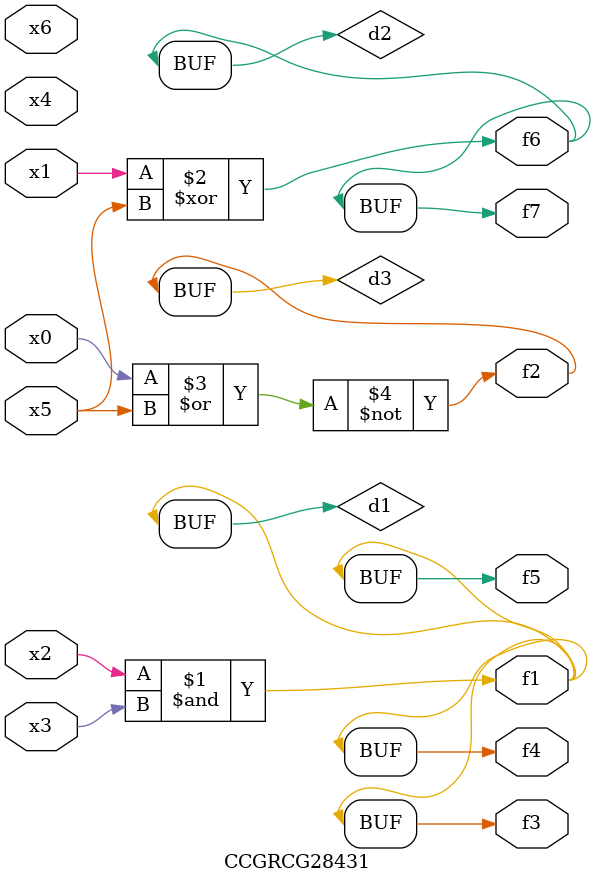
<source format=v>
module CCGRCG28431(
	input x0, x1, x2, x3, x4, x5, x6,
	output f1, f2, f3, f4, f5, f6, f7
);

	wire d1, d2, d3;

	and (d1, x2, x3);
	xor (d2, x1, x5);
	nor (d3, x0, x5);
	assign f1 = d1;
	assign f2 = d3;
	assign f3 = d1;
	assign f4 = d1;
	assign f5 = d1;
	assign f6 = d2;
	assign f7 = d2;
endmodule

</source>
